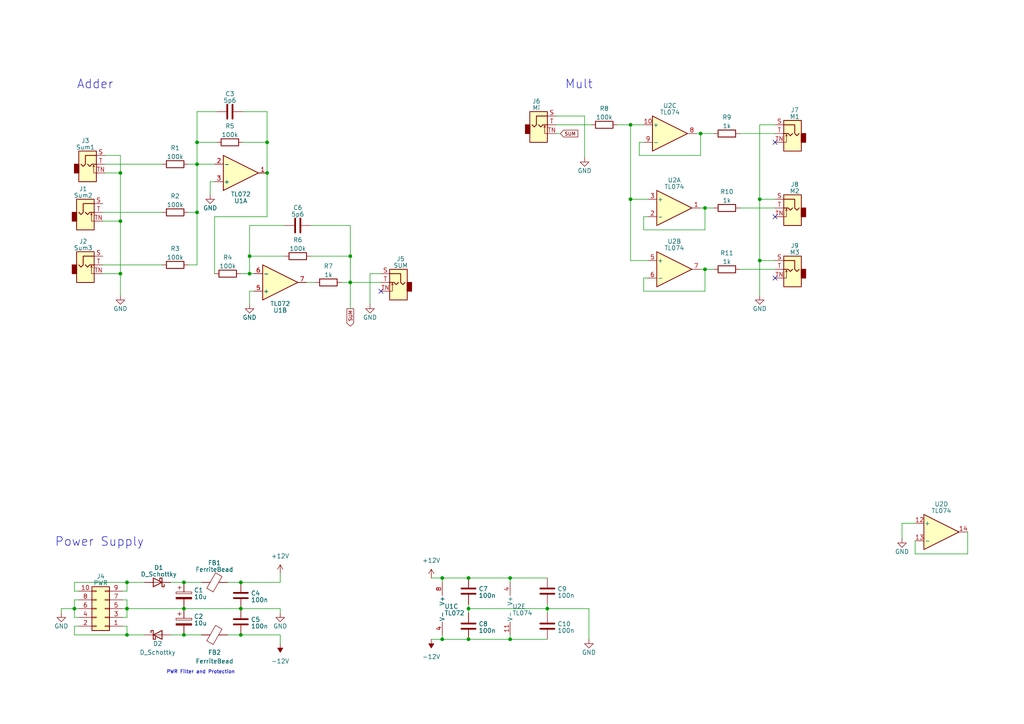
<source format=kicad_sch>
(kicad_sch (version 20230121) (generator eeschema)
  (paper "A4")
  (title_block (title "moPsy Mousquetaire") (date "2023-04-16") (rev "v1"))
  (lib_symbols
    (symbol "Amplifier_Operational:TL072" (pin_names (offset 0.127))
      (property "Reference" "U" (at 0 5.08 0))
      (property "Value" "TL072" (at 0 -5.08 0))
      (symbol "TL072_1_1"
        (polyline (pts (xy -5.08 5.08) (xy 5.08 0) (xy -5.08 -5.08) (xy -5.08 5.08)) (stroke (width 0.254)) (fill (type background)))
        (pin output line (at 7.62 0 180) (length 2.54) (name "~") (number "1"))
        (pin input line (at -7.62 -2.54 0) (length 2.54) (name "-") (number "2"))
        (pin input line (at -7.62 2.54 0) (length 2.54) (name "+") (number "3"))
      )
      (symbol "TL072_2_1"
        (polyline (pts (xy -5.08 5.08) (xy 5.08 0) (xy -5.08 -5.08) (xy -5.08 5.08)) (stroke (width 0.254)) (fill (type background)))
        (pin input line (at -7.62 2.54 0) (length 2.54) (name "+") (number "5"))
        (pin input line (at -7.62 -2.54 0) (length 2.54) (name "-") (number "6"))
        (pin output line (at 7.62 0 180) (length 2.54) (name "~") (number "7"))
      )
      (symbol "TL072_3_1"
        (pin power_in line (at -2.54 -7.62 90) (length 3.81) (name "V-") (number "4"))
        (pin power_in line (at -2.54 7.62 270) (length 3.81) (name "V+") (number "8"))
      )
    )
    (symbol "Amplifier_Operational:TL074" (pin_names (offset 0.127))
      (property "Reference" "U" (at 0 5.08 0))
      (property "Value" "TL074" (at 0 -5.08 0))
      (symbol "TL074_1_1"
        (polyline (pts (xy -5.08 5.08) (xy 5.08 0) (xy -5.08 -5.08) (xy -5.08 5.08)) (stroke (width 0.254)) (fill (type background)))
        (pin output line (at 7.62 0 180) (length 2.54) (name "~") (number "1"))
        (pin input line (at -7.62 -2.54 0) (length 2.54) (name "-") (number "2"))
        (pin input line (at -7.62 2.54 0) (length 2.54) (name "+") (number "3"))
      )
      (symbol "TL074_2_1"
        (polyline (pts (xy -5.08 5.08) (xy 5.08 0) (xy -5.08 -5.08) (xy -5.08 5.08)) (stroke (width 0.254)) (fill (type background)))
        (pin input line (at -7.62 2.54 0) (length 2.54) (name "+") (number "5"))
        (pin input line (at -7.62 -2.54 0) (length 2.54) (name "-") (number "6"))
        (pin output line (at 7.62 0 180) (length 2.54) (name "~") (number "7"))
      )
      (symbol "TL074_3_1"
        (polyline (pts (xy -5.08 5.08) (xy 5.08 0) (xy -5.08 -5.08) (xy -5.08 5.08)) (stroke (width 0.254)) (fill (type background)))
        (pin input line (at -7.62 2.54 0) (length 2.54) (name "+") (number "10"))
        (pin output line (at 7.62 0 180) (length 2.54) (name "~") (number "8"))
        (pin input line (at -7.62 -2.54 0) (length 2.54) (name "-") (number "9"))
      )
      (symbol "TL074_4_1"
        (polyline (pts (xy -5.08 5.08) (xy 5.08 0) (xy -5.08 -5.08) (xy -5.08 5.08)) (stroke (width 0.254)) (fill (type background)))
        (pin input line (at -7.62 2.54 0) (length 2.54) (name "+") (number "12"))
        (pin input line (at -7.62 -2.54 0) (length 2.54) (name "-") (number "13"))
        (pin output line (at 7.62 0 180) (length 2.54) (name "~") (number "14"))
      )
      (symbol "TL074_5_1"
        (pin power_in line (at -2.54 -7.62 90) (length 3.81) (name "V-") (number "11"))
        (pin power_in line (at -2.54 7.62 270) (length 3.81) (name "V+") (number "4"))
      )
    )
    (symbol "Connector:AudioJack2_Ground_SwitchT"
      (property "Reference" "J?" (at -0.635 8.89 0))
      (property "Value" "IN1" (at -0.635 6.35 0))
      (symbol "AudioJack2_Ground_SwitchT_0_1"
        (rectangle (start -2.54 0) (end -3.81 -2.54) (stroke (width 0.254)) (fill (type outline)))
        (polyline (pts (xy 1.778 -0.254) (xy 2.032 -0.762)))
        (polyline (pts (xy 0 0) (xy 0.635 -0.635) (xy 1.27 0) (xy 2.54 0)) (stroke (width 0.254)))
        (polyline (pts (xy 2.54 -2.54) (xy 1.778 -2.54) (xy 1.778 -0.254) (xy 1.524 -0.762)))
        (polyline (pts (xy 2.54 2.54) (xy -0.635 2.54) (xy -0.635 0) (xy -1.27 -0.635) (xy -1.905 0)) (stroke (width 0.254)))
        (rectangle (start 2.54 3.81) (end -2.54 -5.08) (stroke (width 0.254)) (fill (type background)))
      )
      (symbol "AudioJack2_Ground_SwitchT_1_1"
        (pin passive line (at 5.08 2.54 180) (length 2.54) (name "~") (number "S"))
        (pin passive line (at 5.08 0 180) (length 2.54) (name "~") (number "T"))
        (pin passive line (at 5.08 -2.54 180) (length 2.54) (name "~") (number "TN"))
      )
    )
    (symbol "Connector_Generic:Conn_02x05_Odd_Even" (pin_names (offset 1.016) hide)
      (property "Reference" "J" (at 1.27 7.62 0))
      (property "Value" "Conn_02x05_Odd_Even" (at 1.27 -7.62 0))
      (symbol "Conn_02x05_Odd_Even_1_1"
        (rectangle (start -1.27 -4.953) (end 0 -5.207) (stroke (width 0.1524)))
        (rectangle (start -1.27 -2.413) (end 0 -2.667) (stroke (width 0.1524)))
        (rectangle (start -1.27 0.127) (end 0 -0.127) (stroke (width 0.1524)))
        (rectangle (start -1.27 2.667) (end 0 2.413) (stroke (width 0.1524)))
        (rectangle (start -1.27 5.207) (end 0 4.953) (stroke (width 0.1524)))
        (rectangle (start -1.27 6.35) (end 3.81 -6.35) (stroke (width 0.254)) (fill (type background)))
        (rectangle (start 3.81 -4.953) (end 2.54 -5.207) (stroke (width 0.1524)))
        (rectangle (start 3.81 -2.413) (end 2.54 -2.667) (stroke (width 0.1524)))
        (rectangle (start 3.81 0.127) (end 2.54 -0.127) (stroke (width 0.1524)))
        (rectangle (start 3.81 2.667) (end 2.54 2.413) (stroke (width 0.1524)))
        (rectangle (start 3.81 5.207) (end 2.54 4.953) (stroke (width 0.1524)))
        (pin passive line (at -5.08 5.08 0) (length 3.81) (name "Pin_1") (number "1"))
        (pin passive line (at 7.62 -5.08 180) (length 3.81) (name "Pin_10") (number "10"))
        (pin passive line (at 7.62 5.08 180) (length 3.81) (name "Pin_2") (number "2"))
        (pin passive line (at -5.08 2.54 0) (length 3.81) (name "Pin_3") (number "3"))
        (pin passive line (at 7.62 2.54 180) (length 3.81) (name "Pin_4") (number "4"))
        (pin passive line (at -5.08 0 0) (length 3.81) (name "Pin_5") (number "5"))
        (pin passive line (at 7.62 0 180) (length 3.81) (name "Pin_6") (number "6"))
        (pin passive line (at -5.08 -2.54 0) (length 3.81) (name "Pin_7") (number "7"))
        (pin passive line (at 7.62 -2.54 180) (length 3.81) (name "Pin_8") (number "8"))
        (pin passive line (at -5.08 -5.08 0) (length 3.81) (name "Pin_9") (number "9"))
      )
    )
    (symbol "Device:C" (pin_numbers hide) (pin_names (offset 0.254))
      (property "Reference" "C" (at 0.635 2.54 0))
      (property "Value" "C" (at 0.635 -2.54 0))
      (symbol "C_0_1"
        (polyline (pts (xy -2.032 -0.762) (xy 2.032 -0.762)) (stroke (width 0.508)))
        (polyline (pts (xy -2.032 0.762) (xy 2.032 0.762)) (stroke (width 0.508)))
      )
      (symbol "C_1_1"
        (pin passive line (at 0 3.81 270) (length 2.794) (name "~") (number "1"))
        (pin passive line (at 0 -3.81 90) (length 2.794) (name "~") (number "2"))
      )
    )
    (symbol "Device:C_Polarized" (pin_numbers hide) (pin_names (offset 0.254))
      (property "Reference" "C" (at 0.635 2.54 0))
      (property "Value" "C_Polarized" (at 0.635 -2.54 0))
      (symbol "C_Polarized_0_1"
        (rectangle (start -2.286 0.508) (end 2.286 1.016))
        (polyline (pts (xy -1.778 2.286) (xy -0.762 2.286)))
        (polyline (pts (xy -1.27 2.794) (xy -1.27 1.778)))
        (rectangle (start 2.286 -0.508) (end -2.286 -1.016) (fill (type outline)))
      )
      (symbol "C_Polarized_1_1"
        (pin passive line (at 0 3.81 270) (length 2.794) (name "~") (number "1"))
        (pin passive line (at 0 -3.81 90) (length 2.794) (name "~") (number "2"))
      )
    )
    (symbol "Device:D_Schottky" (pin_numbers hide) (pin_names (offset 1.016) hide)
      (property "Reference" "D" (at 0 2.54 0))
      (property "Value" "D_Schottky" (at 0 -2.54 0))
      (symbol "D_Schottky_0_1"
        (polyline (pts (xy 1.27 0) (xy -1.27 0)))
        (polyline (pts (xy 1.27 1.27) (xy 1.27 -1.27) (xy -1.27 0) (xy 1.27 1.27)) (stroke (width 0.254)))
        (polyline (pts (xy -1.905 0.635) (xy -1.905 1.27) (xy -1.27 1.27) (xy -1.27 -1.27) (xy -0.635 -1.27) (xy -0.635 -0.635)) (stroke (width 0.254)))
      )
      (symbol "D_Schottky_1_1"
        (pin passive line (at -3.81 0 0) (length 2.54) (name "K") (number "1"))
        (pin passive line (at 3.81 0 180) (length 2.54) (name "A") (number "2"))
      )
    )
    (symbol "Device:FerriteBead" (pin_numbers hide) (pin_names (offset 0))
      (property "Reference" "FB" (at -3.81 0.635 90))
      (property "Value" "FerriteBead" (at 3.81 0 90))
      (symbol "FerriteBead_0_1"
        (polyline (pts (xy 0 -1.27) (xy 0 -1.2192)))
        (polyline (pts (xy 0 1.27) (xy 0 1.2954)))
        (polyline (pts (xy -2.7686 0.4064) (xy -1.7018 2.2606) (xy 2.7686 -0.3048) (xy 1.6764 -2.159) (xy -2.7686 0.4064)))
      )
      (symbol "FerriteBead_1_1"
        (pin passive line (at 0 3.81 270) (length 2.54) (name "~") (number "1"))
        (pin passive line (at 0 -3.81 90) (length 2.54) (name "~") (number "2"))
      )
    )
    (symbol "Device:R" (pin_numbers hide) (pin_names (offset 0))
      (property "Reference" "R" (at 2.032 0 90))
      (property "Value" "R" (at 0 0 90))
      (symbol "R_0_1"
        (rectangle (start -1.016 -2.54) (end 1.016 2.54) (stroke (width 0.254)))
      )
      (symbol "R_1_1"
        (pin passive line (at 0 3.81 270) (length 1.27) (name "~") (number "1"))
        (pin passive line (at 0 -3.81 90) (length 1.27) (name "~") (number "2"))
      )
    )
    (symbol "power:+12V" (power) (pin_names (offset 0))
      (property "Value" "+12V" (at 0 3.556 0))
      (symbol "+12V_0_1"
        (polyline (pts (xy -0.762 1.27) (xy 0 2.54)))
        (polyline (pts (xy 0 0) (xy 0 2.54)))
        (polyline (pts (xy 0 2.54) (xy 0.762 1.27)))
      )
      (symbol "+12V_1_1"
        (pin power_in line (at 0 0 90) (length 0) hide (name "+12V") (number "1"))
      )
    )
    (symbol "power:-12V" (power) (pin_names (offset 0))
      (property "Value" "-12V" (at 0 3.81 0))
      (symbol "-12V_0_0"
        (pin power_in line (at 0 0 90) (length 0) hide (name "-12V") (number "1"))
      )
      (symbol "-12V_0_1"
        (polyline (pts (xy 0 0) (xy 0 1.27) (xy 0.762 1.27) (xy 0 2.54) (xy -0.762 1.27) (xy 0 1.27)) (fill (type outline)))
      )
    )
    (symbol "power:GND" (power) (pin_names (offset 0))
      (property "Value" "GND" (at 0 -3.81 0))
      (symbol "GND_0_1"
        (polyline (pts (xy 0 0) (xy 0 -1.27) (xy 1.27 -1.27) (xy 0 -2.54) (xy -1.27 -1.27) (xy 0 -1.27)))
      )
      (symbol "GND_1_1"
        (pin power_in line (at 0 0 270) (length 0) hide (name "GND") (number "1"))
      )
    )
  )
  (junction (at 69.85 176.53))
  (junction (at 53.34 176.53))
  (junction (at 57.15 47.625))
  (junction (at 135.89 176.53))
  (junction (at 147.955 185.42))
  (junction (at 57.15 61.595))
  (junction (at 72.39 79.375))
  (junction (at 101.6 74.295))
  (junction (at 36.83 168.91))
  (junction (at 220.345 57.785))
  (junction (at 147.955 167.64))
  (junction (at 53.34 168.91))
  (junction (at 135.89 185.42))
  (junction (at 77.47 50.165))
  (junction (at 158.75 176.53))
  (junction (at 53.34 184.15))
  (junction (at 203.2 38.735))
  (junction (at 128.27 185.42))
  (junction (at 220.345 75.565))
  (junction (at 69.85 184.15))
  (junction (at 128.27 167.64))
  (junction (at 72.39 74.295))
  (junction (at 135.89 167.64))
  (junction (at 77.47 41.275))
  (junction (at 34.925 64.135))
  (junction (at 34.925 79.375))
  (junction (at 101.6 81.915))
  (junction (at 36.83 176.53))
  (junction (at 182.88 36.195))
  (junction (at 182.88 57.785))
  (junction (at 57.15 41.275))
  (junction (at 34.925 50.165))
  (junction (at 69.85 168.91))
  (junction (at 204.47 60.325))
  (junction (at 36.83 184.15))
  (junction (at 204.47 78.105))
  (junction (at 21.59 176.53))
  (no_connect (at 224.79 41.275))
  (no_connect (at 224.79 80.645))
  (no_connect (at 110.49 84.455))
  (no_connect (at 224.79 62.865))
  (wire (pts (xy 54.61 47.625) (xy 57.15 47.625)))
  (wire (pts (xy 21.59 171.45) (xy 22.86 171.45)))
  (wire (pts (xy 36.83 181.61) (xy 36.83 184.15)))
  (wire (pts (xy 147.955 167.64) (xy 147.955 168.91)))
  (wire (pts (xy 30.48 47.625) (xy 46.99 47.625)))
  (wire (pts (xy 81.28 186.69) (xy 81.28 184.15)))
  (wire (pts (xy 182.88 36.195) (xy 186.69 36.195)))
  (wire (pts (xy 203.2 45.085) (xy 203.2 38.735)))
  (wire (pts (xy 53.34 176.53) (xy 69.85 176.53)))
  (wire (pts (xy 34.925 64.135) (xy 34.925 79.375)))
  (wire (pts (xy 261.62 151.765) (xy 261.62 156.21)))
  (wire (pts (xy 77.47 41.275) (xy 77.47 50.165)))
  (wire (pts (xy 21.59 184.15) (xy 36.83 184.15)))
  (wire (pts (xy 125.095 185.42) (xy 128.27 185.42)))
  (wire (pts (xy 220.345 57.785) (xy 220.345 36.195)))
  (wire (pts (xy 36.83 168.91) (xy 36.83 171.45)))
  (wire (pts (xy 30.48 50.165) (xy 34.925 50.165)))
  (wire (pts (xy 179.07 36.195) (xy 182.88 36.195)))
  (wire (pts (xy 135.89 175.26) (xy 135.89 176.53)))
  (wire (pts (xy 35.56 179.07) (xy 36.83 179.07)))
  (wire (pts (xy 220.345 57.785) (xy 224.79 57.785)))
  (wire (pts (xy 101.6 81.915) (xy 110.49 81.915)))
  (wire (pts (xy 21.59 176.53) (xy 21.59 179.07)))
  (wire (pts (xy 186.69 80.645) (xy 186.69 84.455)))
  (wire (pts (xy 128.27 167.64) (xy 135.89 167.64)))
  (wire (pts (xy 21.59 181.61) (xy 21.59 184.15)))
  (wire (pts (xy 204.47 66.675) (xy 204.47 60.325)))
  (wire (pts (xy 70.485 41.275) (xy 77.47 41.275)))
  (wire (pts (xy 21.59 176.53) (xy 22.86 176.53)))
  (wire (pts (xy 49.53 168.91) (xy 53.34 168.91)))
  (wire (pts (xy 101.6 89.535) (xy 101.6 81.915)))
  (wire (pts (xy 203.2 60.325) (xy 204.47 60.325)))
  (wire (pts (xy 204.47 60.325) (xy 207.01 60.325)))
  (wire (pts (xy 29.845 64.135) (xy 34.925 64.135)))
  (wire (pts (xy 69.85 79.375) (xy 72.39 79.375)))
  (wire (pts (xy 182.88 57.785) (xy 182.88 75.565)))
  (wire (pts (xy 90.17 74.295) (xy 101.6 74.295)))
  (wire (pts (xy 101.6 74.295) (xy 101.6 81.915)))
  (wire (pts (xy 147.955 167.64) (xy 158.75 167.64)))
  (wire (pts (xy 147.955 185.42) (xy 158.75 185.42)))
  (wire (pts (xy 21.59 179.07) (xy 22.86 179.07)))
  (wire (pts (xy 185.42 45.085) (xy 203.2 45.085)))
  (wire (pts (xy 77.47 32.385) (xy 77.47 41.275)))
  (wire (pts (xy 280.67 160.655) (xy 265.43 160.655)))
  (wire (pts (xy 161.29 33.655) (xy 169.545 33.655)))
  (wire (pts (xy 62.865 41.275) (xy 57.15 41.275)))
  (wire (pts (xy 220.345 85.725) (xy 220.345 75.565)))
  (wire (pts (xy 187.96 80.645) (xy 186.69 80.645)))
  (wire (pts (xy 186.69 62.865) (xy 186.69 66.675)))
  (wire (pts (xy 170.815 185.42) (xy 170.815 176.53)))
  (wire (pts (xy 62.865 32.385) (xy 57.15 32.385)))
  (wire (pts (xy 69.85 168.91) (xy 81.28 168.91)))
  (wire (pts (xy 34.925 45.085) (xy 34.925 50.165)))
  (wire (pts (xy 73.66 84.455) (xy 72.39 84.455)))
  (wire (pts (xy 60.96 52.705) (xy 60.96 56.515)))
  (wire (pts (xy 186.69 66.675) (xy 204.47 66.675)))
  (wire (pts (xy 36.83 176.53) (xy 53.34 176.53)))
  (wire (pts (xy 41.91 168.91) (xy 36.83 168.91)))
  (wire (pts (xy 187.96 75.565) (xy 182.88 75.565)))
  (wire (pts (xy 135.89 176.53) (xy 135.89 177.8)))
  (wire (pts (xy 265.43 160.655) (xy 265.43 156.845)))
  (wire (pts (xy 57.15 32.385) (xy 57.15 41.275)))
  (wire (pts (xy 214.63 60.325) (xy 224.79 60.325)))
  (wire (pts (xy 203.2 78.105) (xy 204.47 78.105)))
  (wire (pts (xy 170.815 176.53) (xy 158.75 176.53)))
  (wire (pts (xy 280.67 154.305) (xy 280.67 160.655)))
  (wire (pts (xy 49.53 184.15) (xy 53.34 184.15)))
  (wire (pts (xy 204.47 78.105) (xy 207.01 78.105)))
  (wire (pts (xy 81.28 166.37) (xy 81.28 168.91)))
  (wire (pts (xy 17.78 176.53) (xy 21.59 176.53)))
  (wire (pts (xy 35.56 171.45) (xy 36.83 171.45)))
  (wire (pts (xy 169.545 33.655) (xy 169.545 45.72)))
  (wire (pts (xy 125.095 167.64) (xy 128.27 167.64)))
  (wire (pts (xy 66.04 168.91) (xy 69.85 168.91)))
  (wire (pts (xy 17.78 177.8) (xy 17.78 176.53)))
  (wire (pts (xy 158.75 176.53) (xy 158.75 175.26)))
  (wire (pts (xy 57.15 41.275) (xy 57.15 47.625)))
  (wire (pts (xy 29.845 79.375) (xy 34.925 79.375)))
  (wire (pts (xy 81.28 177.8) (xy 81.28 176.53)))
  (wire (pts (xy 186.69 41.275) (xy 185.42 41.275)))
  (wire (pts (xy 203.2 38.735) (xy 207.01 38.735)))
  (wire (pts (xy 158.75 176.53) (xy 135.89 176.53)))
  (wire (pts (xy 265.43 151.765) (xy 261.62 151.765)))
  (wire (pts (xy 70.485 32.385) (xy 77.47 32.385)))
  (wire (pts (xy 72.39 65.405) (xy 72.39 74.295)))
  (wire (pts (xy 135.89 167.64) (xy 147.955 167.64)))
  (wire (pts (xy 77.47 50.165) (xy 77.47 62.865)))
  (wire (pts (xy 214.63 38.735) (xy 224.79 38.735)))
  (wire (pts (xy 54.61 61.595) (xy 57.15 61.595)))
  (wire (pts (xy 135.89 185.42) (xy 147.955 185.42)))
  (wire (pts (xy 110.49 79.375) (xy 107.315 79.375)))
  (wire (pts (xy 147.955 184.15) (xy 147.955 185.42)))
  (wire (pts (xy 53.34 184.15) (xy 58.42 184.15)))
  (wire (pts (xy 21.59 171.45) (xy 21.59 168.91)))
  (wire (pts (xy 201.93 38.735) (xy 203.2 38.735)))
  (wire (pts (xy 99.06 81.915) (xy 101.6 81.915)))
  (wire (pts (xy 72.39 79.375) (xy 72.39 74.295)))
  (wire (pts (xy 107.315 79.375) (xy 107.315 88.265)))
  (wire (pts (xy 57.15 47.625) (xy 62.23 47.625)))
  (wire (pts (xy 41.91 184.15) (xy 36.83 184.15)))
  (wire (pts (xy 128.27 167.64) (xy 128.27 168.91)))
  (wire (pts (xy 34.925 50.165) (xy 34.925 64.135)))
  (wire (pts (xy 36.83 176.53) (xy 36.83 179.07)))
  (wire (pts (xy 35.56 173.99) (xy 36.83 173.99)))
  (wire (pts (xy 214.63 78.105) (xy 224.79 78.105)))
  (wire (pts (xy 34.925 79.375) (xy 34.925 85.725)))
  (wire (pts (xy 66.04 184.15) (xy 69.85 184.15)))
  (wire (pts (xy 69.85 184.15) (xy 81.28 184.15)))
  (wire (pts (xy 36.83 173.99) (xy 36.83 176.53)))
  (wire (pts (xy 62.23 62.865) (xy 62.23 79.375)))
  (wire (pts (xy 57.15 47.625) (xy 57.15 61.595)))
  (wire (pts (xy 204.47 78.105) (xy 204.47 84.455)))
  (wire (pts (xy 21.59 173.99) (xy 21.59 176.53)))
  (wire (pts (xy 101.6 65.405) (xy 101.6 74.295)))
  (wire (pts (xy 88.9 81.915) (xy 91.44 81.915)))
  (wire (pts (xy 69.85 176.53) (xy 81.28 176.53)))
  (wire (pts (xy 62.23 52.705) (xy 60.96 52.705)))
  (wire (pts (xy 72.39 84.455) (xy 72.39 88.265)))
  (wire (pts (xy 90.17 65.405) (xy 101.6 65.405)))
  (wire (pts (xy 220.345 75.565) (xy 224.79 75.565)))
  (wire (pts (xy 57.15 61.595) (xy 57.15 76.835)))
  (wire (pts (xy 72.39 74.295) (xy 82.55 74.295)))
  (wire (pts (xy 35.56 176.53) (xy 36.83 176.53)))
  (wire (pts (xy 35.56 181.61) (xy 36.83 181.61)))
  (wire (pts (xy 30.48 45.085) (xy 34.925 45.085)))
  (wire (pts (xy 53.34 168.91) (xy 58.42 168.91)))
  (wire (pts (xy 186.69 84.455) (xy 204.47 84.455)))
  (wire (pts (xy 128.27 185.42) (xy 135.89 185.42)))
  (wire (pts (xy 185.42 41.275) (xy 185.42 45.085)))
  (wire (pts (xy 158.75 176.53) (xy 158.75 177.8)))
  (wire (pts (xy 161.29 36.195) (xy 171.45 36.195)))
  (wire (pts (xy 22.86 181.61) (xy 21.59 181.61)))
  (wire (pts (xy 161.29 38.735) (xy 162.56 38.735)))
  (wire (pts (xy 22.86 173.99) (xy 21.59 173.99)))
  (wire (pts (xy 128.27 184.15) (xy 128.27 185.42)))
  (wire (pts (xy 29.845 76.835) (xy 46.99 76.835)))
  (wire (pts (xy 187.96 62.865) (xy 186.69 62.865)))
  (wire (pts (xy 187.96 57.785) (xy 182.88 57.785)))
  (wire (pts (xy 82.55 65.405) (xy 72.39 65.405)))
  (wire (pts (xy 54.61 76.835) (xy 57.15 76.835)))
  (wire (pts (xy 21.59 168.91) (xy 36.83 168.91)))
  (wire (pts (xy 182.88 36.195) (xy 182.88 57.785)))
  (wire (pts (xy 77.47 62.865) (xy 62.23 62.865)))
  (wire (pts (xy 220.345 36.195) (xy 224.79 36.195)))
  (wire (pts (xy 220.345 75.565) (xy 220.345 57.785)))
  (wire (pts (xy 73.66 79.375) (xy 72.39 79.375)))
  (wire (pts (xy 29.845 61.595) (xy 46.99 61.595)))
  (text "Adder" (at 22.225 26.035 0) (effects (font (size 2.54 2.54)) (justify left bottom)))
  (text "Mult" (at 163.83 26.035 0) (effects (font (size 2.54 2.54)) (justify left bottom)))
  (text "Power Supply" (at 15.875 158.75 0) (effects (font (size 2.54 2.54)) (justify left bottom)))
  (text "PWR Filter and Protection\n" (at 48.26 195.58 0) (effects (font (size 1 1)) (justify left bottom)))
  (global_label "SUM" (shape output) (at 101.6 89.535 270) (effects (font (size 1 1))) (property "Intersheetrefs" "${INTERSHEET_REFS}" (effects hide)))
  (global_label "SUM" (shape input) (at 162.56 38.735 0) (effects (font (size 1 1))) (property "Intersheetrefs" "${INTERSHEET_REFS}" (effects hide)))
  (symbol (lib_id "Device:R") (at 50.8 47.625 90) (unit 1)
    (property "Reference" "R1" (at 50.8 42.9092 90))
    (property "Value" "100k" (at 50.8 45.4461 90))
    (property "Footprint" "Resistor_THT:R_Axial_DIN0207_L6.3mm_D2.5mm_P7.62mm_Horizontal" (effects hide))
  )
  (symbol (lib_id "power:GND") (at 34.925 85.725 0) (unit 1)
    (property "Reference" "#PWR02" (effects hide))
    (property "Value" "GND" (at 34.925 89.535 0))
  )
  (symbol (lib_id "power:GND") (at 170.815 185.42 0) (unit 1)
    (property "Reference" "#PWR012" (effects hide))
    (property "Value" "GND" (at 170.815 189.23 0))
  )
  (symbol (lib_id "Connector:AudioJack2_Ground_SwitchT") (at 229.87 60.325 0) (mirror y) (unit 1)
    (property "Reference" "J8" (at 230.505 53.5051 0))
    (property "Value" "M2" (at 230.505 55.4261 0))
    (property "Footprint" "moPsy:CLIFF 3.5mm S6 Mono Jack Socket" (effects hide))
  )
  (symbol (lib_id "Device:R") (at 66.675 41.275 90) (unit 1)
    (property "Reference" "R5" (at 66.675 36.5592 90))
    (property "Value" "100k" (at 66.675 39.0961 90))
    (property "Footprint" "Resistor_THT:R_Axial_DIN0207_L6.3mm_D2.5mm_P7.62mm_Horizontal" (effects hide))
  )
  (symbol (lib_id "Device:C") (at 69.85 180.34 0) (unit 1)
    (property "Reference" "C5" (at 72.771 179.6963 0) (effects (justify left)))
    (property "Value" "100n" (at 72.771 181.6173 0) (effects (justify left)))
    (property "Footprint" "Capacitor_THT:C_Disc_D4.3mm_W1.9mm_P5.00mm" (effects hide))
  )
  (symbol (lib_id "power:-12V") (at 81.28 186.69 180) (unit 1)
    (property "Reference" "#PWR07" (effects hide))
    (property "Value" "-12V" (at 81.28 191.77 0))
  )
  (symbol (lib_id "Amplifier_Operational:TL074") (at 150.495 176.53 0) (unit 5)
    (property "Reference" "U2" (at 148.59 175.8863 0) (effects (justify left)))
    (property "Value" "TL074" (at 148.59 177.8073 0) (effects (justify left)))
    (property "Footprint" "Package_DIP:DIP-14_W7.62mm_Socket_LongPads" (effects hide))
    (property "Datasheet" "http://www.ti.com/lit/ds/symlink/tl071.pdf" (effects hide))
  )
  (symbol (lib_id "power:+12V") (at 125.095 167.64 0) (unit 1)
    (property "Reference" "#PWR09" (effects hide))
    (property "Value" "+12V" (at 125.095 162.56 0))
  )
  (symbol (lib_id "Device:C") (at 158.75 181.61 0) (unit 1)
    (property "Reference" "C10" (at 161.671 180.9663 0) (effects (justify left)))
    (property "Value" "100n" (at 161.671 182.8873 0) (effects (justify left)))
    (property "Footprint" "Capacitor_THT:C_Disc_D4.3mm_W1.9mm_P5.00mm" (effects hide))
  )
  (symbol (lib_id "Device:C") (at 135.89 181.61 0) (unit 1)
    (property "Reference" "C8" (at 138.811 180.9663 0) (effects (justify left)))
    (property "Value" "100n" (at 138.811 182.8873 0) (effects (justify left)))
    (property "Footprint" "Capacitor_THT:C_Disc_D4.3mm_W1.9mm_P5.00mm" (effects hide))
  )
  (symbol (lib_id "Device:R") (at 210.82 60.325 90) (unit 1)
    (property "Reference" "R10" (at 210.82 55.6092 90))
    (property "Value" "1k" (at 210.82 58.1461 90))
    (property "Footprint" "Resistor_THT:R_Axial_DIN0207_L6.3mm_D2.5mm_P7.62mm_Horizontal" (effects hide))
  )
  (symbol (lib_id "Device:C") (at 66.675 32.385 90) (unit 1)
    (property "Reference" "C3" (at 66.675 27.2161 90))
    (property "Value" "5p6" (at 66.675 29.1371 90))
    (property "Footprint" "Capacitor_THT:C_Disc_D4.3mm_W1.9mm_P5.00mm" (effects hide))
  )
  (symbol (lib_id "Connector:AudioJack2_Ground_SwitchT") (at 115.57 81.915 0) (mirror y) (unit 1)
    (property "Reference" "J5" (at 116.205 75.0951 0))
    (property "Value" "SUM" (at 116.205 77.0161 0))
    (property "Footprint" "moPsy:CLIFF 3.5mm S6 Mono Jack Socket" (effects hide))
  )
  (symbol (lib_id "power:GND") (at 60.96 56.515 0) (unit 1)
    (property "Reference" "#PWR03" (effects hide))
    (property "Value" "GND" (at 60.96 60.325 0))
  )
  (symbol (lib_id "power:GND") (at 72.39 88.265 0) (unit 1)
    (property "Reference" "#PWR04" (effects hide))
    (property "Value" "GND" (at 72.39 92.075 0))
  )
  (symbol (lib_id "Amplifier_Operational:TL074") (at 195.58 78.105 0) (unit 2)
    (property "Reference" "U2" (at 195.58 70.0151 0))
    (property "Value" "TL074" (at 195.58 71.9361 0))
    (property "Footprint" "Package_DIP:DIP-14_W7.62mm_Socket_LongPads" (effects hide))
    (property "Datasheet" "http://www.ti.com/lit/ds/symlink/tl071.pdf" (effects hide))
  )
  (symbol (lib_id "power:+12V") (at 81.28 166.37 0) (unit 1)
    (property "Reference" "#PWR05" (effects hide))
    (property "Value" "+12V" (at 81.28 161.29 0))
  )
  (symbol (lib_id "power:GND") (at 17.78 177.8 0) (unit 1)
    (property "Reference" "#PWR01" (effects hide))
    (property "Value" "GND" (at 17.78 181.61 0))
  )
  (symbol (lib_id "Device:R") (at 210.82 78.105 90) (unit 1)
    (property "Reference" "R11" (at 210.82 73.3892 90))
    (property "Value" "1k" (at 210.82 75.9261 90))
    (property "Footprint" "Resistor_THT:R_Axial_DIN0207_L6.3mm_D2.5mm_P7.62mm_Horizontal" (effects hide))
  )
  (symbol (lib_id "Device:C") (at 135.89 171.45 0) (unit 1)
    (property "Reference" "C7" (at 138.811 170.8063 0) (effects (justify left)))
    (property "Value" "100n" (at 138.811 172.7273 0) (effects (justify left)))
    (property "Footprint" "Capacitor_THT:C_Disc_D4.3mm_W1.9mm_P5.00mm" (effects hide))
  )
  (symbol (lib_id "Device:D_Schottky") (at 45.72 184.15 0) (unit 1)
    (property "Reference" "D2" (at 45.72 186.69 0))
    (property "Value" "D_Schottky" (at 45.72 189.23 0))
    (property "Footprint" "Diode_THT:D_DO-41_SOD81_P7.62mm_Horizontal" (effects hide))
  )
  (symbol (lib_id "Device:C_Polarized") (at 53.34 180.34 0) (unit 1)
    (property "Reference" "C2" (at 56.261 178.8073 0) (effects (justify left)))
    (property "Value" "10u" (at 56.261 180.7283 0) (effects (justify left)))
    (property "Footprint" "Capacitor_THT:CP_Radial_D4.0mm_P1.50mm" (effects hide))
  )
  (symbol (lib_id "Device:C_Polarized") (at 53.34 172.72 0) (unit 1)
    (property "Reference" "C1" (at 56.261 171.1873 0) (effects (justify left)))
    (property "Value" "10u" (at 56.261 173.1083 0) (effects (justify left)))
    (property "Footprint" "Capacitor_THT:CP_Radial_D4.0mm_P1.50mm" (effects hide))
  )
  (symbol (lib_id "Amplifier_Operational:TL072") (at 69.85 50.165 0) (mirror x) (unit 1)
    (property "Reference" "U1" (at 69.85 58.2549 0))
    (property "Value" "TL072" (at 69.85 56.3339 0))
    (property "Footprint" "Package_DIP:DIP-8_W7.62mm_Socket_LongPads" (effects hide))
    (property "Datasheet" "http://www.ti.com/lit/ds/symlink/tl071.pdf" (effects hide))
  )
  (symbol (lib_id "Connector:AudioJack2_Ground_SwitchT") (at 229.87 38.735 0) (mirror y) (unit 1)
    (property "Reference" "J7" (at 230.505 31.9151 0))
    (property "Value" "M1" (at 230.505 33.8361 0))
    (property "Footprint" "moPsy:CLIFF 3.5mm S6 Mono Jack Socket" (effects hide))
  )
  (symbol (lib_id "Amplifier_Operational:TL072") (at 81.28 81.915 0) (mirror x) (unit 2)
    (property "Reference" "U1" (at 81.28 90.0049 0))
    (property "Value" "TL072" (at 81.28 88.0839 0))
    (property "Footprint" "Package_DIP:DIP-8_W7.62mm_Socket_LongPads" (effects hide))
    (property "Datasheet" "http://www.ti.com/lit/ds/symlink/tl071.pdf" (effects hide))
  )
  (symbol (lib_id "Connector_Generic:Conn_02x05_Odd_Even") (at 30.48 176.53 180) (unit 1)
    (property "Reference" "J4" (at 29.21 167.1701 0))
    (property "Value" "PWR" (at 29.21 169.0911 0))
    (property "Footprint" "Connector_PinHeader_2.54mm:PinHeader_2x05_P2.54mm_Horizontal" (effects hide))
  )
  (symbol (lib_id "Device:R") (at 50.8 61.595 90) (unit 1)
    (property "Reference" "R2" (at 50.8 56.8792 90))
    (property "Value" "100k" (at 50.8 59.4161 90))
    (property "Footprint" "Resistor_THT:R_Axial_DIN0207_L6.3mm_D2.5mm_P7.62mm_Horizontal" (effects hide))
  )
  (symbol (lib_id "Connector:AudioJack2_Ground_SwitchT") (at 156.21 36.195 0) (unit 1)
    (property "Reference" "J6" (at 155.575 29.3751 0))
    (property "Value" "Mi" (at 155.575 31.2961 0))
    (property "Footprint" "moPsy:CLIFF 3.5mm S6 Mono Jack Socket" (effects hide))
  )
  (symbol (lib_id "power:GND") (at 169.545 45.72 0) (unit 1)
    (property "Reference" "#PWR011" (effects hide))
    (property "Value" "GND" (at 169.545 49.53 0))
  )
  (symbol (lib_id "Connector:AudioJack2_Ground_SwitchT") (at 24.765 76.835 0) (unit 1)
    (property "Reference" "J2" (at 24.13 70.0151 0))
    (property "Value" "Sum3" (at 24.13 71.9361 0))
    (property "Footprint" "moPsy:CLIFF 3.5mm S6 Mono Jack Socket" (effects hide))
  )
  (symbol (lib_id "power:GND") (at 220.345 85.725 0) (unit 1)
    (property "Reference" "#PWR013" (effects hide))
    (property "Value" "GND" (at 220.345 89.535 0))
  )
  (symbol (lib_id "Device:R") (at 95.25 81.915 90) (unit 1)
    (property "Reference" "R7" (at 95.25 77.1992 90))
    (property "Value" "1k" (at 95.25 79.7361 90))
    (property "Footprint" "Resistor_THT:R_Axial_DIN0207_L6.3mm_D2.5mm_P7.62mm_Horizontal" (effects hide))
  )
  (symbol (lib_id "Amplifier_Operational:TL074") (at 195.58 60.325 0) (unit 1)
    (property "Reference" "U2" (at 195.58 52.2351 0))
    (property "Value" "TL074" (at 195.58 54.1561 0))
    (property "Footprint" "Package_DIP:DIP-14_W7.62mm_Socket_LongPads" (effects hide))
    (property "Datasheet" "http://www.ti.com/lit/ds/symlink/tl071.pdf" (effects hide))
  )
  (symbol (lib_id "power:-12V") (at 125.095 185.42 180) (unit 1)
    (property "Reference" "#PWR010" (effects hide))
    (property "Value" "-12V" (at 125.095 190.5 0))
  )
  (symbol (lib_id "power:GND") (at 81.28 177.8 0) (unit 1)
    (property "Reference" "#PWR06" (effects hide))
    (property "Value" "GND" (at 81.28 181.61 0))
  )
  (symbol (lib_id "Connector:AudioJack2_Ground_SwitchT") (at 229.87 78.105 0) (mirror y) (unit 1)
    (property "Reference" "J9" (at 230.505 71.2851 0))
    (property "Value" "M3" (at 230.505 73.2061 0))
    (property "Footprint" "moPsy:CLIFF 3.5mm S6 Mono Jack Socket" (effects hide))
  )
  (symbol (lib_id "power:GND") (at 261.62 156.21 0) (unit 1)
    (property "Reference" "#PWR014" (effects hide))
    (property "Value" "GND" (at 261.62 160.02 0))
  )
  (symbol (lib_id "Device:FerriteBead") (at 62.23 184.15 90) (unit 1)
    (property "Reference" "FB2" (at 62.23 189.23 90))
    (property "Value" "FerriteBead" (at 62.23 191.77 90))
    (property "Footprint" "moPsy:FBeadL4D4" (effects hide))
  )
  (symbol (lib_id "Amplifier_Operational:TL074") (at 273.05 154.305 0) (unit 4)
    (property "Reference" "U2" (at 273.05 146.2151 0))
    (property "Value" "TL074" (at 273.05 148.1361 0))
    (property "Footprint" "Package_DIP:DIP-14_W7.62mm_Socket_LongPads" (effects hide))
    (property "Datasheet" "http://www.ti.com/lit/ds/symlink/tl071.pdf" (effects hide))
  )
  (symbol (lib_id "Device:R") (at 86.36 74.295 90) (unit 1)
    (property "Reference" "R6" (at 86.36 69.5792 90))
    (property "Value" "100k" (at 86.36 72.1161 90))
    (property "Footprint" "Resistor_THT:R_Axial_DIN0207_L6.3mm_D2.5mm_P7.62mm_Horizontal" (effects hide))
  )
  (symbol (lib_id "Device:C") (at 69.85 172.72 0) (unit 1)
    (property "Reference" "C4" (at 72.771 172.0763 0) (effects (justify left)))
    (property "Value" "100n" (at 72.771 173.9973 0) (effects (justify left)))
    (property "Footprint" "Capacitor_THT:C_Disc_D4.3mm_W1.9mm_P5.00mm" (effects hide))
  )
  (symbol (lib_id "Device:C") (at 158.75 171.45 0) (unit 1)
    (property "Reference" "C9" (at 161.671 170.8063 0) (effects (justify left)))
    (property "Value" "100n" (at 161.671 172.7273 0) (effects (justify left)))
    (property "Footprint" "Capacitor_THT:C_Disc_D4.3mm_W1.9mm_P5.00mm" (effects hide))
  )
  (symbol (lib_id "power:GND") (at 107.315 88.265 0) (unit 1)
    (property "Reference" "#PWR08" (effects hide))
    (property "Value" "GND" (at 107.315 92.075 0))
  )
  (symbol (lib_id "Device:R") (at 175.26 36.195 90) (unit 1)
    (property "Reference" "R8" (at 175.26 31.4792 90))
    (property "Value" "100k" (at 175.26 34.0161 90))
    (property "Footprint" "Resistor_THT:R_Axial_DIN0207_L6.3mm_D2.5mm_P7.62mm_Horizontal" (effects hide))
  )
  (symbol (lib_id "Connector:AudioJack2_Ground_SwitchT") (at 25.4 47.625 0) (unit 1)
    (property "Reference" "J3" (at 24.765 40.8051 0))
    (property "Value" "Sum1" (at 24.765 42.7261 0))
    (property "Footprint" "moPsy:CLIFF 3.5mm S6 Mono Jack Socket" (effects hide))
  )
  (symbol (lib_id "Device:R") (at 66.04 79.375 90) (unit 1)
    (property "Reference" "R4" (at 66.04 74.6592 90))
    (property "Value" "100k" (at 66.04 77.1961 90))
    (property "Footprint" "Resistor_THT:R_Axial_DIN0207_L6.3mm_D2.5mm_P7.62mm_Horizontal" (effects hide))
  )
  (symbol (lib_id "Device:R") (at 50.8 76.835 90) (unit 1)
    (property "Reference" "R3" (at 50.8 72.1192 90))
    (property "Value" "100k" (at 50.8 74.6561 90))
    (property "Footprint" "Resistor_THT:R_Axial_DIN0207_L6.3mm_D2.5mm_P7.62mm_Horizontal" (effects hide))
  )
  (symbol (lib_id "Connector:AudioJack2_Ground_SwitchT") (at 24.765 61.595 0) (unit 1)
    (property "Reference" "J1" (at 24.13 54.7751 0))
    (property "Value" "Sum2" (at 24.13 56.6961 0))
    (property "Footprint" "moPsy:CLIFF 3.5mm S6 Mono Jack Socket" (effects hide))
  )
  (symbol (lib_id "Device:FerriteBead") (at 62.23 168.91 90) (unit 1)
    (property "Reference" "FB1" (at 62.1792 163.2585 90))
    (property "Value" "FerriteBead" (at 62.1792 165.1795 90))
    (property "Footprint" "moPsy:FBeadL4D4" (effects hide))
  )
  (symbol (lib_id "Device:D_Schottky") (at 45.72 168.91 180) (unit 1)
    (property "Reference" "D1" (at 46.0375 164.6301 0))
    (property "Value" "D_Schottky" (at 46.0375 166.5511 0))
    (property "Footprint" "Diode_THT:D_DO-41_SOD81_P7.62mm_Horizontal" (effects hide))
  )
  (symbol (lib_id "Amplifier_Operational:TL072") (at 130.81 176.53 0) (unit 3)
    (property "Reference" "U1" (at 128.905 175.8863 0) (effects (justify left)))
    (property "Value" "TL072" (at 128.905 177.8073 0) (effects (justify left)))
    (property "Footprint" "Package_DIP:DIP-8_W7.62mm_Socket_LongPads" (effects hide))
    (property "Datasheet" "http://www.ti.com/lit/ds/symlink/tl071.pdf" (effects hide))
  )
  (symbol (lib_id "Device:R") (at 210.82 38.735 90) (unit 1)
    (property "Reference" "R9" (at 210.82 34.0192 90))
    (property "Value" "1k" (at 210.82 36.5561 90))
    (property "Footprint" "Resistor_THT:R_Axial_DIN0207_L6.3mm_D2.5mm_P7.62mm_Horizontal" (effects hide))
  )
  (symbol (lib_id "Device:C") (at 86.36 65.405 90) (unit 1)
    (property "Reference" "C6" (at 86.36 60.2361 90))
    (property "Value" "5p6" (at 86.36 62.1571 90))
    (property "Footprint" "Capacitor_THT:C_Disc_D4.3mm_W1.9mm_P5.00mm" (effects hide))
  )
  (symbol (lib_id "Amplifier_Operational:TL074") (at 194.31 38.735 0) (unit 3)
    (property "Reference" "U2" (at 194.31 30.6451 0))
    (property "Value" "TL074" (at 194.31 32.5661 0))
    (property "Footprint" "Package_DIP:DIP-14_W7.62mm_Socket_LongPads" (effects hide))
    (property "Datasheet" "http://www.ti.com/lit/ds/symlink/tl071.pdf" (effects hide))
  )
)
</source>
